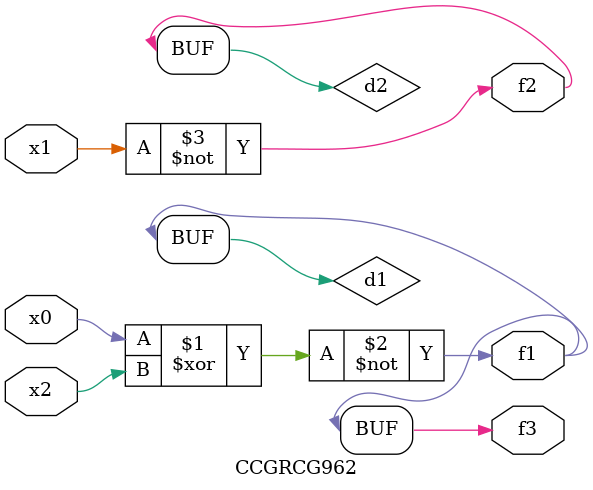
<source format=v>
module CCGRCG962(
	input x0, x1, x2,
	output f1, f2, f3
);

	wire d1, d2, d3;

	xnor (d1, x0, x2);
	nand (d2, x1);
	nor (d3, x1, x2);
	assign f1 = d1;
	assign f2 = d2;
	assign f3 = d1;
endmodule

</source>
